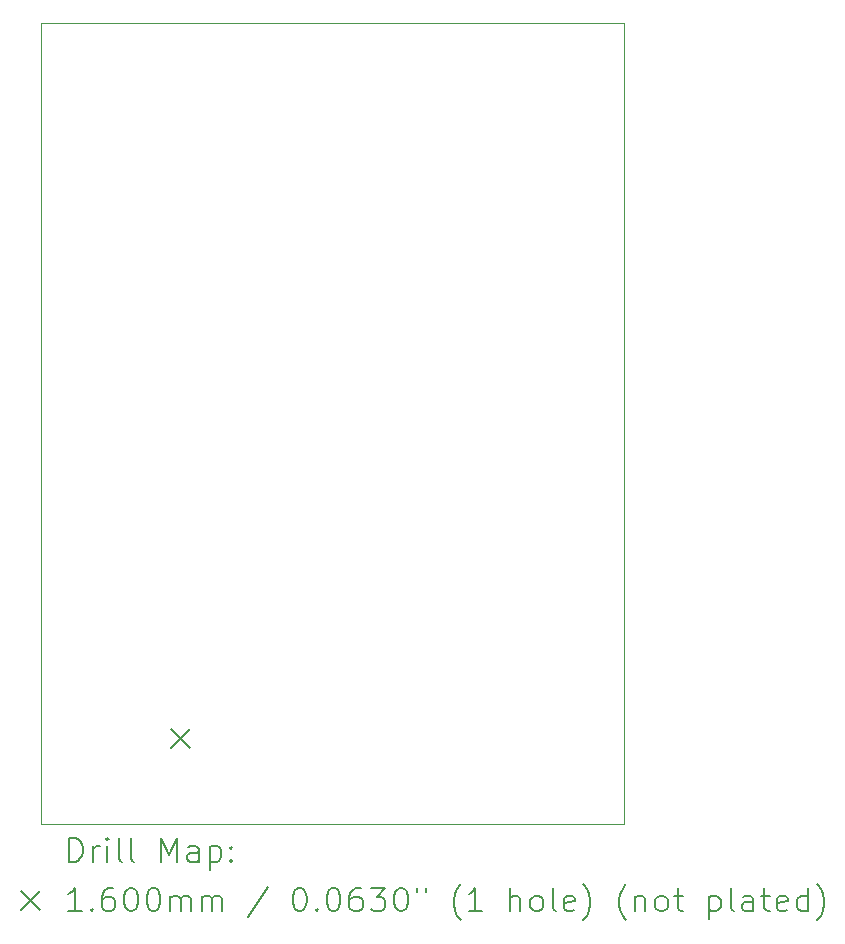
<source format=gbr>
%TF.GenerationSoftware,KiCad,Pcbnew,7.0.1*%
%TF.CreationDate,2023-07-20T10:40:31-07:00*%
%TF.ProjectId,tn_vdp_v3_board,746e5f76-6470-45f7-9633-5f626f617264,rev?*%
%TF.SameCoordinates,Original*%
%TF.FileFunction,Drillmap*%
%TF.FilePolarity,Positive*%
%FSLAX45Y45*%
G04 Gerber Fmt 4.5, Leading zero omitted, Abs format (unit mm)*
G04 Created by KiCad (PCBNEW 7.0.1) date 2023-07-20 10:40:31*
%MOMM*%
%LPD*%
G01*
G04 APERTURE LIST*
%ADD10C,0.100000*%
%ADD11C,0.200000*%
%ADD12C,0.160000*%
G04 APERTURE END LIST*
D10*
X18500000Y-4495800D02*
X18500000Y-11277600D01*
X13563600Y-4495800D02*
X18500000Y-4495800D01*
X13563600Y-11277600D02*
X18500000Y-11277600D01*
X13563600Y-11277600D02*
X13563600Y-4495800D01*
D11*
D12*
X14670000Y-10470000D02*
X14830000Y-10630000D01*
X14830000Y-10470000D02*
X14670000Y-10630000D01*
D11*
X13806219Y-11595124D02*
X13806219Y-11395124D01*
X13806219Y-11395124D02*
X13853838Y-11395124D01*
X13853838Y-11395124D02*
X13882409Y-11404648D01*
X13882409Y-11404648D02*
X13901457Y-11423695D01*
X13901457Y-11423695D02*
X13910981Y-11442743D01*
X13910981Y-11442743D02*
X13920505Y-11480838D01*
X13920505Y-11480838D02*
X13920505Y-11509409D01*
X13920505Y-11509409D02*
X13910981Y-11547505D01*
X13910981Y-11547505D02*
X13901457Y-11566552D01*
X13901457Y-11566552D02*
X13882409Y-11585600D01*
X13882409Y-11585600D02*
X13853838Y-11595124D01*
X13853838Y-11595124D02*
X13806219Y-11595124D01*
X14006219Y-11595124D02*
X14006219Y-11461790D01*
X14006219Y-11499886D02*
X14015743Y-11480838D01*
X14015743Y-11480838D02*
X14025267Y-11471314D01*
X14025267Y-11471314D02*
X14044314Y-11461790D01*
X14044314Y-11461790D02*
X14063362Y-11461790D01*
X14130028Y-11595124D02*
X14130028Y-11461790D01*
X14130028Y-11395124D02*
X14120505Y-11404648D01*
X14120505Y-11404648D02*
X14130028Y-11414171D01*
X14130028Y-11414171D02*
X14139552Y-11404648D01*
X14139552Y-11404648D02*
X14130028Y-11395124D01*
X14130028Y-11395124D02*
X14130028Y-11414171D01*
X14253838Y-11595124D02*
X14234790Y-11585600D01*
X14234790Y-11585600D02*
X14225267Y-11566552D01*
X14225267Y-11566552D02*
X14225267Y-11395124D01*
X14358600Y-11595124D02*
X14339552Y-11585600D01*
X14339552Y-11585600D02*
X14330028Y-11566552D01*
X14330028Y-11566552D02*
X14330028Y-11395124D01*
X14587171Y-11595124D02*
X14587171Y-11395124D01*
X14587171Y-11395124D02*
X14653838Y-11537981D01*
X14653838Y-11537981D02*
X14720505Y-11395124D01*
X14720505Y-11395124D02*
X14720505Y-11595124D01*
X14901457Y-11595124D02*
X14901457Y-11490362D01*
X14901457Y-11490362D02*
X14891933Y-11471314D01*
X14891933Y-11471314D02*
X14872886Y-11461790D01*
X14872886Y-11461790D02*
X14834790Y-11461790D01*
X14834790Y-11461790D02*
X14815743Y-11471314D01*
X14901457Y-11585600D02*
X14882409Y-11595124D01*
X14882409Y-11595124D02*
X14834790Y-11595124D01*
X14834790Y-11595124D02*
X14815743Y-11585600D01*
X14815743Y-11585600D02*
X14806219Y-11566552D01*
X14806219Y-11566552D02*
X14806219Y-11547505D01*
X14806219Y-11547505D02*
X14815743Y-11528457D01*
X14815743Y-11528457D02*
X14834790Y-11518933D01*
X14834790Y-11518933D02*
X14882409Y-11518933D01*
X14882409Y-11518933D02*
X14901457Y-11509409D01*
X14996695Y-11461790D02*
X14996695Y-11661790D01*
X14996695Y-11471314D02*
X15015743Y-11461790D01*
X15015743Y-11461790D02*
X15053838Y-11461790D01*
X15053838Y-11461790D02*
X15072886Y-11471314D01*
X15072886Y-11471314D02*
X15082409Y-11480838D01*
X15082409Y-11480838D02*
X15091933Y-11499886D01*
X15091933Y-11499886D02*
X15091933Y-11557028D01*
X15091933Y-11557028D02*
X15082409Y-11576076D01*
X15082409Y-11576076D02*
X15072886Y-11585600D01*
X15072886Y-11585600D02*
X15053838Y-11595124D01*
X15053838Y-11595124D02*
X15015743Y-11595124D01*
X15015743Y-11595124D02*
X14996695Y-11585600D01*
X15177648Y-11576076D02*
X15187171Y-11585600D01*
X15187171Y-11585600D02*
X15177648Y-11595124D01*
X15177648Y-11595124D02*
X15168124Y-11585600D01*
X15168124Y-11585600D02*
X15177648Y-11576076D01*
X15177648Y-11576076D02*
X15177648Y-11595124D01*
X15177648Y-11471314D02*
X15187171Y-11480838D01*
X15187171Y-11480838D02*
X15177648Y-11490362D01*
X15177648Y-11490362D02*
X15168124Y-11480838D01*
X15168124Y-11480838D02*
X15177648Y-11471314D01*
X15177648Y-11471314D02*
X15177648Y-11490362D01*
D12*
X13398600Y-11842600D02*
X13558600Y-12002600D01*
X13558600Y-11842600D02*
X13398600Y-12002600D01*
D11*
X13910981Y-12015124D02*
X13796695Y-12015124D01*
X13853838Y-12015124D02*
X13853838Y-11815124D01*
X13853838Y-11815124D02*
X13834790Y-11843695D01*
X13834790Y-11843695D02*
X13815743Y-11862743D01*
X13815743Y-11862743D02*
X13796695Y-11872267D01*
X13996695Y-11996076D02*
X14006219Y-12005600D01*
X14006219Y-12005600D02*
X13996695Y-12015124D01*
X13996695Y-12015124D02*
X13987171Y-12005600D01*
X13987171Y-12005600D02*
X13996695Y-11996076D01*
X13996695Y-11996076D02*
X13996695Y-12015124D01*
X14177648Y-11815124D02*
X14139552Y-11815124D01*
X14139552Y-11815124D02*
X14120505Y-11824648D01*
X14120505Y-11824648D02*
X14110981Y-11834171D01*
X14110981Y-11834171D02*
X14091933Y-11862743D01*
X14091933Y-11862743D02*
X14082409Y-11900838D01*
X14082409Y-11900838D02*
X14082409Y-11977028D01*
X14082409Y-11977028D02*
X14091933Y-11996076D01*
X14091933Y-11996076D02*
X14101457Y-12005600D01*
X14101457Y-12005600D02*
X14120505Y-12015124D01*
X14120505Y-12015124D02*
X14158600Y-12015124D01*
X14158600Y-12015124D02*
X14177648Y-12005600D01*
X14177648Y-12005600D02*
X14187171Y-11996076D01*
X14187171Y-11996076D02*
X14196695Y-11977028D01*
X14196695Y-11977028D02*
X14196695Y-11929409D01*
X14196695Y-11929409D02*
X14187171Y-11910362D01*
X14187171Y-11910362D02*
X14177648Y-11900838D01*
X14177648Y-11900838D02*
X14158600Y-11891314D01*
X14158600Y-11891314D02*
X14120505Y-11891314D01*
X14120505Y-11891314D02*
X14101457Y-11900838D01*
X14101457Y-11900838D02*
X14091933Y-11910362D01*
X14091933Y-11910362D02*
X14082409Y-11929409D01*
X14320505Y-11815124D02*
X14339552Y-11815124D01*
X14339552Y-11815124D02*
X14358600Y-11824648D01*
X14358600Y-11824648D02*
X14368124Y-11834171D01*
X14368124Y-11834171D02*
X14377648Y-11853219D01*
X14377648Y-11853219D02*
X14387171Y-11891314D01*
X14387171Y-11891314D02*
X14387171Y-11938933D01*
X14387171Y-11938933D02*
X14377648Y-11977028D01*
X14377648Y-11977028D02*
X14368124Y-11996076D01*
X14368124Y-11996076D02*
X14358600Y-12005600D01*
X14358600Y-12005600D02*
X14339552Y-12015124D01*
X14339552Y-12015124D02*
X14320505Y-12015124D01*
X14320505Y-12015124D02*
X14301457Y-12005600D01*
X14301457Y-12005600D02*
X14291933Y-11996076D01*
X14291933Y-11996076D02*
X14282409Y-11977028D01*
X14282409Y-11977028D02*
X14272886Y-11938933D01*
X14272886Y-11938933D02*
X14272886Y-11891314D01*
X14272886Y-11891314D02*
X14282409Y-11853219D01*
X14282409Y-11853219D02*
X14291933Y-11834171D01*
X14291933Y-11834171D02*
X14301457Y-11824648D01*
X14301457Y-11824648D02*
X14320505Y-11815124D01*
X14510981Y-11815124D02*
X14530029Y-11815124D01*
X14530029Y-11815124D02*
X14549076Y-11824648D01*
X14549076Y-11824648D02*
X14558600Y-11834171D01*
X14558600Y-11834171D02*
X14568124Y-11853219D01*
X14568124Y-11853219D02*
X14577648Y-11891314D01*
X14577648Y-11891314D02*
X14577648Y-11938933D01*
X14577648Y-11938933D02*
X14568124Y-11977028D01*
X14568124Y-11977028D02*
X14558600Y-11996076D01*
X14558600Y-11996076D02*
X14549076Y-12005600D01*
X14549076Y-12005600D02*
X14530029Y-12015124D01*
X14530029Y-12015124D02*
X14510981Y-12015124D01*
X14510981Y-12015124D02*
X14491933Y-12005600D01*
X14491933Y-12005600D02*
X14482409Y-11996076D01*
X14482409Y-11996076D02*
X14472886Y-11977028D01*
X14472886Y-11977028D02*
X14463362Y-11938933D01*
X14463362Y-11938933D02*
X14463362Y-11891314D01*
X14463362Y-11891314D02*
X14472886Y-11853219D01*
X14472886Y-11853219D02*
X14482409Y-11834171D01*
X14482409Y-11834171D02*
X14491933Y-11824648D01*
X14491933Y-11824648D02*
X14510981Y-11815124D01*
X14663362Y-12015124D02*
X14663362Y-11881790D01*
X14663362Y-11900838D02*
X14672886Y-11891314D01*
X14672886Y-11891314D02*
X14691933Y-11881790D01*
X14691933Y-11881790D02*
X14720505Y-11881790D01*
X14720505Y-11881790D02*
X14739552Y-11891314D01*
X14739552Y-11891314D02*
X14749076Y-11910362D01*
X14749076Y-11910362D02*
X14749076Y-12015124D01*
X14749076Y-11910362D02*
X14758600Y-11891314D01*
X14758600Y-11891314D02*
X14777648Y-11881790D01*
X14777648Y-11881790D02*
X14806219Y-11881790D01*
X14806219Y-11881790D02*
X14825267Y-11891314D01*
X14825267Y-11891314D02*
X14834790Y-11910362D01*
X14834790Y-11910362D02*
X14834790Y-12015124D01*
X14930029Y-12015124D02*
X14930029Y-11881790D01*
X14930029Y-11900838D02*
X14939552Y-11891314D01*
X14939552Y-11891314D02*
X14958600Y-11881790D01*
X14958600Y-11881790D02*
X14987171Y-11881790D01*
X14987171Y-11881790D02*
X15006219Y-11891314D01*
X15006219Y-11891314D02*
X15015743Y-11910362D01*
X15015743Y-11910362D02*
X15015743Y-12015124D01*
X15015743Y-11910362D02*
X15025267Y-11891314D01*
X15025267Y-11891314D02*
X15044314Y-11881790D01*
X15044314Y-11881790D02*
X15072886Y-11881790D01*
X15072886Y-11881790D02*
X15091933Y-11891314D01*
X15091933Y-11891314D02*
X15101457Y-11910362D01*
X15101457Y-11910362D02*
X15101457Y-12015124D01*
X15491933Y-11805600D02*
X15320505Y-12062743D01*
X15749076Y-11815124D02*
X15768124Y-11815124D01*
X15768124Y-11815124D02*
X15787172Y-11824648D01*
X15787172Y-11824648D02*
X15796695Y-11834171D01*
X15796695Y-11834171D02*
X15806219Y-11853219D01*
X15806219Y-11853219D02*
X15815743Y-11891314D01*
X15815743Y-11891314D02*
X15815743Y-11938933D01*
X15815743Y-11938933D02*
X15806219Y-11977028D01*
X15806219Y-11977028D02*
X15796695Y-11996076D01*
X15796695Y-11996076D02*
X15787172Y-12005600D01*
X15787172Y-12005600D02*
X15768124Y-12015124D01*
X15768124Y-12015124D02*
X15749076Y-12015124D01*
X15749076Y-12015124D02*
X15730029Y-12005600D01*
X15730029Y-12005600D02*
X15720505Y-11996076D01*
X15720505Y-11996076D02*
X15710981Y-11977028D01*
X15710981Y-11977028D02*
X15701457Y-11938933D01*
X15701457Y-11938933D02*
X15701457Y-11891314D01*
X15701457Y-11891314D02*
X15710981Y-11853219D01*
X15710981Y-11853219D02*
X15720505Y-11834171D01*
X15720505Y-11834171D02*
X15730029Y-11824648D01*
X15730029Y-11824648D02*
X15749076Y-11815124D01*
X15901457Y-11996076D02*
X15910981Y-12005600D01*
X15910981Y-12005600D02*
X15901457Y-12015124D01*
X15901457Y-12015124D02*
X15891933Y-12005600D01*
X15891933Y-12005600D02*
X15901457Y-11996076D01*
X15901457Y-11996076D02*
X15901457Y-12015124D01*
X16034791Y-11815124D02*
X16053838Y-11815124D01*
X16053838Y-11815124D02*
X16072886Y-11824648D01*
X16072886Y-11824648D02*
X16082410Y-11834171D01*
X16082410Y-11834171D02*
X16091933Y-11853219D01*
X16091933Y-11853219D02*
X16101457Y-11891314D01*
X16101457Y-11891314D02*
X16101457Y-11938933D01*
X16101457Y-11938933D02*
X16091933Y-11977028D01*
X16091933Y-11977028D02*
X16082410Y-11996076D01*
X16082410Y-11996076D02*
X16072886Y-12005600D01*
X16072886Y-12005600D02*
X16053838Y-12015124D01*
X16053838Y-12015124D02*
X16034791Y-12015124D01*
X16034791Y-12015124D02*
X16015743Y-12005600D01*
X16015743Y-12005600D02*
X16006219Y-11996076D01*
X16006219Y-11996076D02*
X15996695Y-11977028D01*
X15996695Y-11977028D02*
X15987172Y-11938933D01*
X15987172Y-11938933D02*
X15987172Y-11891314D01*
X15987172Y-11891314D02*
X15996695Y-11853219D01*
X15996695Y-11853219D02*
X16006219Y-11834171D01*
X16006219Y-11834171D02*
X16015743Y-11824648D01*
X16015743Y-11824648D02*
X16034791Y-11815124D01*
X16272886Y-11815124D02*
X16234791Y-11815124D01*
X16234791Y-11815124D02*
X16215743Y-11824648D01*
X16215743Y-11824648D02*
X16206219Y-11834171D01*
X16206219Y-11834171D02*
X16187172Y-11862743D01*
X16187172Y-11862743D02*
X16177648Y-11900838D01*
X16177648Y-11900838D02*
X16177648Y-11977028D01*
X16177648Y-11977028D02*
X16187172Y-11996076D01*
X16187172Y-11996076D02*
X16196695Y-12005600D01*
X16196695Y-12005600D02*
X16215743Y-12015124D01*
X16215743Y-12015124D02*
X16253838Y-12015124D01*
X16253838Y-12015124D02*
X16272886Y-12005600D01*
X16272886Y-12005600D02*
X16282410Y-11996076D01*
X16282410Y-11996076D02*
X16291933Y-11977028D01*
X16291933Y-11977028D02*
X16291933Y-11929409D01*
X16291933Y-11929409D02*
X16282410Y-11910362D01*
X16282410Y-11910362D02*
X16272886Y-11900838D01*
X16272886Y-11900838D02*
X16253838Y-11891314D01*
X16253838Y-11891314D02*
X16215743Y-11891314D01*
X16215743Y-11891314D02*
X16196695Y-11900838D01*
X16196695Y-11900838D02*
X16187172Y-11910362D01*
X16187172Y-11910362D02*
X16177648Y-11929409D01*
X16358600Y-11815124D02*
X16482410Y-11815124D01*
X16482410Y-11815124D02*
X16415743Y-11891314D01*
X16415743Y-11891314D02*
X16444314Y-11891314D01*
X16444314Y-11891314D02*
X16463362Y-11900838D01*
X16463362Y-11900838D02*
X16472886Y-11910362D01*
X16472886Y-11910362D02*
X16482410Y-11929409D01*
X16482410Y-11929409D02*
X16482410Y-11977028D01*
X16482410Y-11977028D02*
X16472886Y-11996076D01*
X16472886Y-11996076D02*
X16463362Y-12005600D01*
X16463362Y-12005600D02*
X16444314Y-12015124D01*
X16444314Y-12015124D02*
X16387172Y-12015124D01*
X16387172Y-12015124D02*
X16368124Y-12005600D01*
X16368124Y-12005600D02*
X16358600Y-11996076D01*
X16606219Y-11815124D02*
X16625267Y-11815124D01*
X16625267Y-11815124D02*
X16644314Y-11824648D01*
X16644314Y-11824648D02*
X16653838Y-11834171D01*
X16653838Y-11834171D02*
X16663362Y-11853219D01*
X16663362Y-11853219D02*
X16672886Y-11891314D01*
X16672886Y-11891314D02*
X16672886Y-11938933D01*
X16672886Y-11938933D02*
X16663362Y-11977028D01*
X16663362Y-11977028D02*
X16653838Y-11996076D01*
X16653838Y-11996076D02*
X16644314Y-12005600D01*
X16644314Y-12005600D02*
X16625267Y-12015124D01*
X16625267Y-12015124D02*
X16606219Y-12015124D01*
X16606219Y-12015124D02*
X16587172Y-12005600D01*
X16587172Y-12005600D02*
X16577648Y-11996076D01*
X16577648Y-11996076D02*
X16568124Y-11977028D01*
X16568124Y-11977028D02*
X16558600Y-11938933D01*
X16558600Y-11938933D02*
X16558600Y-11891314D01*
X16558600Y-11891314D02*
X16568124Y-11853219D01*
X16568124Y-11853219D02*
X16577648Y-11834171D01*
X16577648Y-11834171D02*
X16587172Y-11824648D01*
X16587172Y-11824648D02*
X16606219Y-11815124D01*
X16749076Y-11815124D02*
X16749076Y-11853219D01*
X16825267Y-11815124D02*
X16825267Y-11853219D01*
X17120505Y-12091314D02*
X17110981Y-12081790D01*
X17110981Y-12081790D02*
X17091934Y-12053219D01*
X17091934Y-12053219D02*
X17082410Y-12034171D01*
X17082410Y-12034171D02*
X17072886Y-12005600D01*
X17072886Y-12005600D02*
X17063362Y-11957981D01*
X17063362Y-11957981D02*
X17063362Y-11919886D01*
X17063362Y-11919886D02*
X17072886Y-11872267D01*
X17072886Y-11872267D02*
X17082410Y-11843695D01*
X17082410Y-11843695D02*
X17091934Y-11824648D01*
X17091934Y-11824648D02*
X17110981Y-11796076D01*
X17110981Y-11796076D02*
X17120505Y-11786552D01*
X17301457Y-12015124D02*
X17187172Y-12015124D01*
X17244315Y-12015124D02*
X17244315Y-11815124D01*
X17244315Y-11815124D02*
X17225267Y-11843695D01*
X17225267Y-11843695D02*
X17206219Y-11862743D01*
X17206219Y-11862743D02*
X17187172Y-11872267D01*
X17539553Y-12015124D02*
X17539553Y-11815124D01*
X17625267Y-12015124D02*
X17625267Y-11910362D01*
X17625267Y-11910362D02*
X17615743Y-11891314D01*
X17615743Y-11891314D02*
X17596696Y-11881790D01*
X17596696Y-11881790D02*
X17568124Y-11881790D01*
X17568124Y-11881790D02*
X17549077Y-11891314D01*
X17549077Y-11891314D02*
X17539553Y-11900838D01*
X17749077Y-12015124D02*
X17730029Y-12005600D01*
X17730029Y-12005600D02*
X17720505Y-11996076D01*
X17720505Y-11996076D02*
X17710981Y-11977028D01*
X17710981Y-11977028D02*
X17710981Y-11919886D01*
X17710981Y-11919886D02*
X17720505Y-11900838D01*
X17720505Y-11900838D02*
X17730029Y-11891314D01*
X17730029Y-11891314D02*
X17749077Y-11881790D01*
X17749077Y-11881790D02*
X17777648Y-11881790D01*
X17777648Y-11881790D02*
X17796696Y-11891314D01*
X17796696Y-11891314D02*
X17806219Y-11900838D01*
X17806219Y-11900838D02*
X17815743Y-11919886D01*
X17815743Y-11919886D02*
X17815743Y-11977028D01*
X17815743Y-11977028D02*
X17806219Y-11996076D01*
X17806219Y-11996076D02*
X17796696Y-12005600D01*
X17796696Y-12005600D02*
X17777648Y-12015124D01*
X17777648Y-12015124D02*
X17749077Y-12015124D01*
X17930029Y-12015124D02*
X17910981Y-12005600D01*
X17910981Y-12005600D02*
X17901458Y-11986552D01*
X17901458Y-11986552D02*
X17901458Y-11815124D01*
X18082410Y-12005600D02*
X18063362Y-12015124D01*
X18063362Y-12015124D02*
X18025267Y-12015124D01*
X18025267Y-12015124D02*
X18006219Y-12005600D01*
X18006219Y-12005600D02*
X17996696Y-11986552D01*
X17996696Y-11986552D02*
X17996696Y-11910362D01*
X17996696Y-11910362D02*
X18006219Y-11891314D01*
X18006219Y-11891314D02*
X18025267Y-11881790D01*
X18025267Y-11881790D02*
X18063362Y-11881790D01*
X18063362Y-11881790D02*
X18082410Y-11891314D01*
X18082410Y-11891314D02*
X18091934Y-11910362D01*
X18091934Y-11910362D02*
X18091934Y-11929409D01*
X18091934Y-11929409D02*
X17996696Y-11948457D01*
X18158600Y-12091314D02*
X18168124Y-12081790D01*
X18168124Y-12081790D02*
X18187172Y-12053219D01*
X18187172Y-12053219D02*
X18196696Y-12034171D01*
X18196696Y-12034171D02*
X18206219Y-12005600D01*
X18206219Y-12005600D02*
X18215743Y-11957981D01*
X18215743Y-11957981D02*
X18215743Y-11919886D01*
X18215743Y-11919886D02*
X18206219Y-11872267D01*
X18206219Y-11872267D02*
X18196696Y-11843695D01*
X18196696Y-11843695D02*
X18187172Y-11824648D01*
X18187172Y-11824648D02*
X18168124Y-11796076D01*
X18168124Y-11796076D02*
X18158600Y-11786552D01*
X18520505Y-12091314D02*
X18510981Y-12081790D01*
X18510981Y-12081790D02*
X18491934Y-12053219D01*
X18491934Y-12053219D02*
X18482410Y-12034171D01*
X18482410Y-12034171D02*
X18472886Y-12005600D01*
X18472886Y-12005600D02*
X18463362Y-11957981D01*
X18463362Y-11957981D02*
X18463362Y-11919886D01*
X18463362Y-11919886D02*
X18472886Y-11872267D01*
X18472886Y-11872267D02*
X18482410Y-11843695D01*
X18482410Y-11843695D02*
X18491934Y-11824648D01*
X18491934Y-11824648D02*
X18510981Y-11796076D01*
X18510981Y-11796076D02*
X18520505Y-11786552D01*
X18596696Y-11881790D02*
X18596696Y-12015124D01*
X18596696Y-11900838D02*
X18606219Y-11891314D01*
X18606219Y-11891314D02*
X18625267Y-11881790D01*
X18625267Y-11881790D02*
X18653839Y-11881790D01*
X18653839Y-11881790D02*
X18672886Y-11891314D01*
X18672886Y-11891314D02*
X18682410Y-11910362D01*
X18682410Y-11910362D02*
X18682410Y-12015124D01*
X18806219Y-12015124D02*
X18787172Y-12005600D01*
X18787172Y-12005600D02*
X18777648Y-11996076D01*
X18777648Y-11996076D02*
X18768124Y-11977028D01*
X18768124Y-11977028D02*
X18768124Y-11919886D01*
X18768124Y-11919886D02*
X18777648Y-11900838D01*
X18777648Y-11900838D02*
X18787172Y-11891314D01*
X18787172Y-11891314D02*
X18806219Y-11881790D01*
X18806219Y-11881790D02*
X18834791Y-11881790D01*
X18834791Y-11881790D02*
X18853839Y-11891314D01*
X18853839Y-11891314D02*
X18863362Y-11900838D01*
X18863362Y-11900838D02*
X18872886Y-11919886D01*
X18872886Y-11919886D02*
X18872886Y-11977028D01*
X18872886Y-11977028D02*
X18863362Y-11996076D01*
X18863362Y-11996076D02*
X18853839Y-12005600D01*
X18853839Y-12005600D02*
X18834791Y-12015124D01*
X18834791Y-12015124D02*
X18806219Y-12015124D01*
X18930029Y-11881790D02*
X19006219Y-11881790D01*
X18958600Y-11815124D02*
X18958600Y-11986552D01*
X18958600Y-11986552D02*
X18968124Y-12005600D01*
X18968124Y-12005600D02*
X18987172Y-12015124D01*
X18987172Y-12015124D02*
X19006219Y-12015124D01*
X19225267Y-11881790D02*
X19225267Y-12081790D01*
X19225267Y-11891314D02*
X19244315Y-11881790D01*
X19244315Y-11881790D02*
X19282410Y-11881790D01*
X19282410Y-11881790D02*
X19301458Y-11891314D01*
X19301458Y-11891314D02*
X19310981Y-11900838D01*
X19310981Y-11900838D02*
X19320505Y-11919886D01*
X19320505Y-11919886D02*
X19320505Y-11977028D01*
X19320505Y-11977028D02*
X19310981Y-11996076D01*
X19310981Y-11996076D02*
X19301458Y-12005600D01*
X19301458Y-12005600D02*
X19282410Y-12015124D01*
X19282410Y-12015124D02*
X19244315Y-12015124D01*
X19244315Y-12015124D02*
X19225267Y-12005600D01*
X19434791Y-12015124D02*
X19415743Y-12005600D01*
X19415743Y-12005600D02*
X19406220Y-11986552D01*
X19406220Y-11986552D02*
X19406220Y-11815124D01*
X19596696Y-12015124D02*
X19596696Y-11910362D01*
X19596696Y-11910362D02*
X19587172Y-11891314D01*
X19587172Y-11891314D02*
X19568124Y-11881790D01*
X19568124Y-11881790D02*
X19530029Y-11881790D01*
X19530029Y-11881790D02*
X19510981Y-11891314D01*
X19596696Y-12005600D02*
X19577648Y-12015124D01*
X19577648Y-12015124D02*
X19530029Y-12015124D01*
X19530029Y-12015124D02*
X19510981Y-12005600D01*
X19510981Y-12005600D02*
X19501458Y-11986552D01*
X19501458Y-11986552D02*
X19501458Y-11967505D01*
X19501458Y-11967505D02*
X19510981Y-11948457D01*
X19510981Y-11948457D02*
X19530029Y-11938933D01*
X19530029Y-11938933D02*
X19577648Y-11938933D01*
X19577648Y-11938933D02*
X19596696Y-11929409D01*
X19663362Y-11881790D02*
X19739553Y-11881790D01*
X19691934Y-11815124D02*
X19691934Y-11986552D01*
X19691934Y-11986552D02*
X19701458Y-12005600D01*
X19701458Y-12005600D02*
X19720505Y-12015124D01*
X19720505Y-12015124D02*
X19739553Y-12015124D01*
X19882410Y-12005600D02*
X19863362Y-12015124D01*
X19863362Y-12015124D02*
X19825267Y-12015124D01*
X19825267Y-12015124D02*
X19806220Y-12005600D01*
X19806220Y-12005600D02*
X19796696Y-11986552D01*
X19796696Y-11986552D02*
X19796696Y-11910362D01*
X19796696Y-11910362D02*
X19806220Y-11891314D01*
X19806220Y-11891314D02*
X19825267Y-11881790D01*
X19825267Y-11881790D02*
X19863362Y-11881790D01*
X19863362Y-11881790D02*
X19882410Y-11891314D01*
X19882410Y-11891314D02*
X19891934Y-11910362D01*
X19891934Y-11910362D02*
X19891934Y-11929409D01*
X19891934Y-11929409D02*
X19796696Y-11948457D01*
X20063362Y-12015124D02*
X20063362Y-11815124D01*
X20063362Y-12005600D02*
X20044315Y-12015124D01*
X20044315Y-12015124D02*
X20006220Y-12015124D01*
X20006220Y-12015124D02*
X19987172Y-12005600D01*
X19987172Y-12005600D02*
X19977648Y-11996076D01*
X19977648Y-11996076D02*
X19968124Y-11977028D01*
X19968124Y-11977028D02*
X19968124Y-11919886D01*
X19968124Y-11919886D02*
X19977648Y-11900838D01*
X19977648Y-11900838D02*
X19987172Y-11891314D01*
X19987172Y-11891314D02*
X20006220Y-11881790D01*
X20006220Y-11881790D02*
X20044315Y-11881790D01*
X20044315Y-11881790D02*
X20063362Y-11891314D01*
X20139553Y-12091314D02*
X20149077Y-12081790D01*
X20149077Y-12081790D02*
X20168124Y-12053219D01*
X20168124Y-12053219D02*
X20177648Y-12034171D01*
X20177648Y-12034171D02*
X20187172Y-12005600D01*
X20187172Y-12005600D02*
X20196696Y-11957981D01*
X20196696Y-11957981D02*
X20196696Y-11919886D01*
X20196696Y-11919886D02*
X20187172Y-11872267D01*
X20187172Y-11872267D02*
X20177648Y-11843695D01*
X20177648Y-11843695D02*
X20168124Y-11824648D01*
X20168124Y-11824648D02*
X20149077Y-11796076D01*
X20149077Y-11796076D02*
X20139553Y-11786552D01*
M02*

</source>
